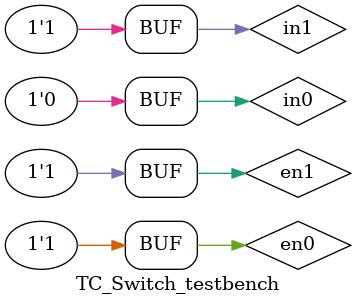
<source format=v>
`timescale 10ns / 1ns

module TC_Switch_testbench ();
    // clock and reset signals
//    reg clk;
//    reg rst;

    // dut (Design Under Test) io
    reg en0;
    reg en1;
    reg in0;
    reg in1;
    wire out;
    
    // dut instantiation
    TC_Switch dut0 (.en(en0), .in(in0), .out(out));
    TC_Switch dut1 (.en(en1), .in(in1), .out(out));

    // generate clock
//    initial begin
//        clk = 1'b0;
//        forever #1 clk = ~clk;
//    end

    // generate reset
//    initial begin
//        rst = 1'b1;
//        #10
//        rst = 1'b0;
//    end

    // run tests
    initial begin
        // monitor io
        $monitor("time=%3d, en0=%b, en1=%b, in0=%b, in1=%b, out=%b\n",
                    $time, en0, en1, in0, in1, out);
        
        // generate all input combinations with 200ns delays
		  en0 = 1'b0;
		  en1 = 1'b0;
        in0 = 1'b1;
        in1 = 1'b0;
        #20
        en0 = 1'b1;
        #20
        en0 = 1'b0;
        #20
        en1 = 1'b1;
        #20
        en1 = 1'b0;
		  #20
		  
		  in0 = 1'b0;
		  in1 = 1'b1;
        #20
        en0 = 1'b1;
        #20
        en0 = 1'b0;
        #20
        en1 = 1'b1;
        #20
        en1 = 1'b0;
		  #20
		  en0 = 1'b1;
		  en1 = 1'b1;
    end
endmodule


</source>
